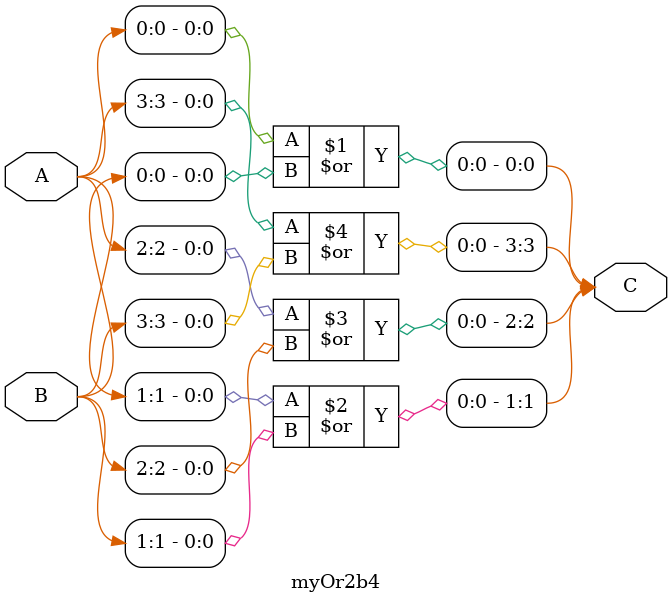
<source format=v>
`timescale 1ns / 1ps
module myOr2b4(
	input wire [3:0] A, B,
	output wire [3:0] C
    );

	assign C[0] = A[0] | B[0];
	assign C[1] = A[1] | B[1];
	assign C[2] = A[2] | B[2];
	assign C[3] = A[3] | B[3];

endmodule

</source>
